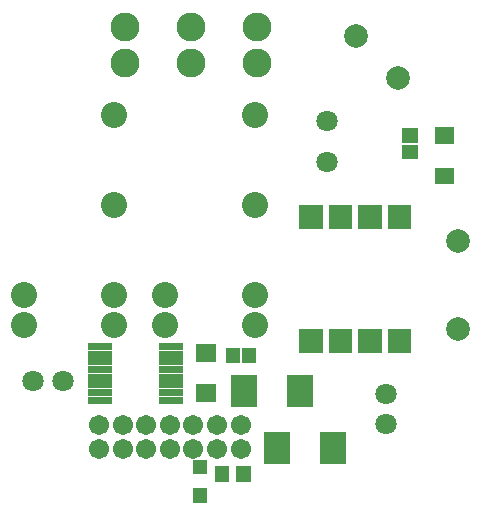
<source format=gts>
G04 Layer: TopSolderMaskLayer*
G04 EasyEDA v6.3.22, 2020-02-05T09:45:25+02:00*
G04 0beb7f22875c416991f5e4e823d3f9f6,afbe6106ea7c444a8181c1b12ab228e2,10*
G04 Gerber Generator version 0.2*
G04 Scale: 100 percent, Rotated: No, Reflected: No *
G04 Dimensions in inches *
G04 leading zeros omitted , absolute positions ,2 integer and 4 decimal *
%FSLAX24Y24*%
%MOIN*%
G90*
G70D02*

%ADD63C,0.078866*%
%ADD64C,0.096583*%
%ADD65C,0.070992*%
%ADD69C,0.086740*%
%ADD73C,0.067055*%

%LPD*%
G36*
G01X12088Y1661D02*
G01X12088Y2725D01*
G01X12955Y2725D01*
G01X12955Y1661D01*
G01X12088Y1661D01*
G37*
G36*
G01X10237Y1661D02*
G01X10237Y2725D01*
G01X11105Y2725D01*
G01X11105Y1661D01*
G01X10237Y1661D01*
G37*
G36*
G01X14352Y5375D02*
G01X14352Y6155D01*
G01X15132Y6155D01*
G01X15132Y5375D01*
G01X14352Y5375D01*
G37*
G36*
G01X13368Y5375D02*
G01X13368Y6155D01*
G01X14148Y6155D01*
G01X14148Y5375D01*
G01X13368Y5375D01*
G37*
G36*
G01X12383Y5375D02*
G01X12383Y6155D01*
G01X13163Y6155D01*
G01X13163Y5375D01*
G01X12383Y5375D01*
G37*
G36*
G01X11399Y5375D02*
G01X11399Y6155D01*
G01X12179Y6155D01*
G01X12179Y5375D01*
G01X11399Y5375D01*
G37*
G36*
G01X11399Y9509D02*
G01X11399Y10289D01*
G01X12179Y10289D01*
G01X12179Y9509D01*
G01X11399Y9509D01*
G37*
G36*
G01X12383Y9509D02*
G01X12383Y10289D01*
G01X13163Y10289D01*
G01X13163Y9509D01*
G01X12383Y9509D01*
G37*
G36*
G01X13368Y9509D02*
G01X13368Y10289D01*
G01X14148Y10289D01*
G01X14148Y9509D01*
G01X13368Y9509D01*
G37*
G36*
G01X14352Y9509D02*
G01X14352Y10289D01*
G01X15132Y10289D01*
G01X15132Y9509D01*
G01X14352Y9509D01*
G37*
G54D63*
G01X14693Y14536D03*
G01X13279Y15950D03*
G54D64*
G01X7786Y16233D03*
G01X7786Y15052D03*
G01X9986Y16233D03*
G01X9986Y15052D03*
G54D65*
G01X14286Y3993D03*
G01X14286Y2993D03*
G01X2536Y4443D03*
G01X3536Y4443D03*
G54D64*
G01X5586Y16233D03*
G01X5586Y15052D03*
G54D65*
G01X12336Y13121D03*
G01X12336Y11743D03*
G54D63*
G01X16686Y6167D03*
G01X16686Y9119D03*
G36*
G01X7951Y3747D02*
G01X7951Y4339D01*
G01X8621Y4339D01*
G01X8621Y3747D01*
G01X7951Y3747D01*
G37*
G36*
G01X7951Y5086D02*
G01X7951Y5678D01*
G01X8621Y5678D01*
G01X8621Y5086D01*
G01X7951Y5086D01*
G37*
G36*
G01X10988Y3561D02*
G01X10988Y4625D01*
G01X11855Y4625D01*
G01X11855Y3561D01*
G01X10988Y3561D01*
G37*
G36*
G01X9137Y3561D02*
G01X9137Y4625D01*
G01X10005Y4625D01*
G01X10005Y3561D01*
G01X9137Y3561D01*
G37*
G36*
G01X7849Y384D02*
G01X7849Y857D01*
G01X8323Y857D01*
G01X8323Y384D01*
G01X7849Y384D01*
G37*
G36*
G01X7849Y1329D02*
G01X7849Y1802D01*
G01X8323Y1802D01*
G01X8323Y1329D01*
G01X7849Y1329D01*
G37*
G36*
G01X9304Y1086D02*
G01X9304Y1600D01*
G01X9777Y1600D01*
G01X9777Y1086D01*
G01X9304Y1086D01*
G37*
G36*
G01X8595Y1086D02*
G01X8595Y1600D01*
G01X9069Y1600D01*
G01X9069Y1086D01*
G01X8595Y1086D01*
G37*
G54D69*
G01X5242Y6293D03*
G01X5242Y7293D03*
G01X5242Y13293D03*
G01X5242Y10293D03*
G01X2242Y7293D03*
G01X2242Y6293D03*
G01X9942Y6293D03*
G01X9942Y7293D03*
G01X9942Y13293D03*
G01X9942Y10293D03*
G01X6942Y7293D03*
G01X6942Y6293D03*
G36*
G01X8949Y5036D02*
G01X8949Y5550D01*
G01X9423Y5550D01*
G01X9423Y5036D01*
G01X8949Y5036D01*
G37*
G36*
G01X9500Y5036D02*
G01X9500Y5550D01*
G01X9974Y5550D01*
G01X9974Y5036D01*
G01X9500Y5036D01*
G37*
G36*
G01X4360Y3677D02*
G01X4360Y3917D01*
G01X5150Y3917D01*
G01X5150Y3677D01*
G01X4360Y3677D01*
G37*
G36*
G01X4360Y3933D02*
G01X4360Y4173D01*
G01X5150Y4173D01*
G01X5150Y3933D01*
G01X4360Y3933D01*
G37*
G36*
G01X4360Y4189D02*
G01X4360Y4429D01*
G01X5150Y4429D01*
G01X5150Y4189D01*
G01X4360Y4189D01*
G37*
G36*
G01X4360Y4445D02*
G01X4360Y4685D01*
G01X5150Y4685D01*
G01X5150Y4445D01*
G01X4360Y4445D01*
G37*
G36*
G01X4360Y4701D02*
G01X4360Y4941D01*
G01X5150Y4941D01*
G01X5150Y4701D01*
G01X4360Y4701D01*
G37*
G36*
G01X4360Y4957D02*
G01X4360Y5197D01*
G01X5150Y5197D01*
G01X5150Y4957D01*
G01X4360Y4957D01*
G37*
G36*
G01X4360Y5213D02*
G01X4360Y5453D01*
G01X5150Y5453D01*
G01X5150Y5213D01*
G01X4360Y5213D01*
G37*
G36*
G01X4360Y5469D02*
G01X4360Y5709D01*
G01X5150Y5709D01*
G01X5150Y5469D01*
G01X4360Y5469D01*
G37*
G36*
G01X6722Y5469D02*
G01X6722Y5709D01*
G01X7512Y5709D01*
G01X7512Y5469D01*
G01X6722Y5469D01*
G37*
G36*
G01X6722Y5213D02*
G01X6722Y5453D01*
G01X7512Y5453D01*
G01X7512Y5213D01*
G01X6722Y5213D01*
G37*
G36*
G01X6722Y4957D02*
G01X6722Y5197D01*
G01X7512Y5197D01*
G01X7512Y4957D01*
G01X6722Y4957D01*
G37*
G36*
G01X6722Y4701D02*
G01X6722Y4941D01*
G01X7512Y4941D01*
G01X7512Y4701D01*
G01X6722Y4701D01*
G37*
G36*
G01X6722Y4445D02*
G01X6722Y4685D01*
G01X7512Y4685D01*
G01X7512Y4445D01*
G01X6722Y4445D01*
G37*
G36*
G01X6722Y4189D02*
G01X6722Y4429D01*
G01X7512Y4429D01*
G01X7512Y4189D01*
G01X6722Y4189D01*
G37*
G36*
G01X6722Y3933D02*
G01X6722Y4173D01*
G01X7512Y4173D01*
G01X7512Y3933D01*
G01X6722Y3933D01*
G37*
G36*
G01X6722Y3677D02*
G01X6722Y3917D01*
G01X7512Y3917D01*
G01X7512Y3677D01*
G01X6722Y3677D01*
G37*
G36*
G01X15920Y10997D02*
G01X15920Y11550D01*
G01X16552Y11550D01*
G01X16552Y10997D01*
G01X15920Y10997D01*
G37*
G36*
G01X15920Y12336D02*
G01X15920Y12889D01*
G01X16552Y12889D01*
G01X16552Y12336D01*
G01X15920Y12336D01*
G37*
G36*
G01X14829Y11831D02*
G01X14829Y12304D01*
G01X15343Y12304D01*
G01X15343Y11831D01*
G01X14829Y11831D01*
G37*
G36*
G01X14829Y12382D02*
G01X14829Y12855D01*
G01X15343Y12855D01*
G01X15343Y12382D01*
G01X14829Y12382D01*
G37*
G54D73*
G01X9448Y2972D03*
G01X9448Y2184D03*
G01X8660Y2972D03*
G01X8660Y2184D03*
G01X7873Y2972D03*
G01X7873Y2184D03*
G01X7086Y2972D03*
G01X7086Y2184D03*
G01X6298Y2972D03*
G01X6298Y2184D03*
G01X5511Y2972D03*
G01X5511Y2184D03*
G01X4723Y2972D03*
G01X4723Y2184D03*
M00*
M02*

</source>
